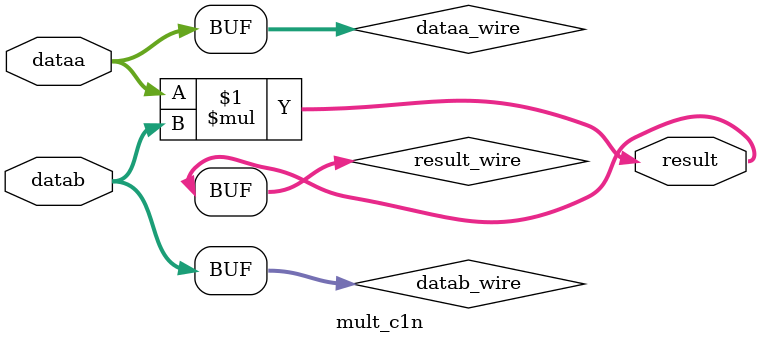
<source format=v>






//synthesis_resources = 
//synopsys translate_off
`timescale 1 ps / 1 ps
//synopsys translate_on
module  mult_c1n
	( 
	dataa,
	datab,
	result) /* synthesis synthesis_clearbox=1 */;
	input   [31:0]  dataa;
	input   [31:0]  datab;
	output   [63:0]  result;

	wire signed	[31:0]    dataa_wire;
	wire signed	[31:0]    datab_wire;
	wire signed	[63:0]    result_wire;



	assign dataa_wire = dataa;
	assign datab_wire = datab;
	assign result_wire = dataa_wire * datab_wire;
	assign result = ({result_wire[63:0]});

endmodule //mult_c1n
//VALID FILE

</source>
